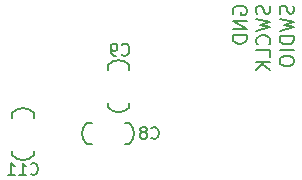
<source format=gbr>
G04 #@! TF.FileFunction,Legend,Bot*
%FSLAX46Y46*%
G04 Gerber Fmt 4.6, Leading zero omitted, Abs format (unit mm)*
G04 Created by KiCad (PCBNEW 4.0.3-stable) date 12/05/16 18:01:04*
%MOMM*%
%LPD*%
G01*
G04 APERTURE LIST*
%ADD10C,0.100000*%
%ADD11C,0.200000*%
%ADD12C,0.150000*%
G04 APERTURE END LIST*
D10*
D11*
X156900000Y-70471429D02*
X156842857Y-70357143D01*
X156842857Y-70185714D01*
X156900000Y-70014286D01*
X157014286Y-69900000D01*
X157128571Y-69842857D01*
X157357143Y-69785714D01*
X157528571Y-69785714D01*
X157757143Y-69842857D01*
X157871429Y-69900000D01*
X157985714Y-70014286D01*
X158042857Y-70185714D01*
X158042857Y-70300000D01*
X157985714Y-70471429D01*
X157928571Y-70528572D01*
X157528571Y-70528572D01*
X157528571Y-70300000D01*
X158042857Y-71042857D02*
X156842857Y-71042857D01*
X158042857Y-71728572D01*
X156842857Y-71728572D01*
X158042857Y-72300000D02*
X156842857Y-72300000D01*
X156842857Y-72585715D01*
X156900000Y-72757143D01*
X157014286Y-72871429D01*
X157128571Y-72928572D01*
X157357143Y-72985715D01*
X157528571Y-72985715D01*
X157757143Y-72928572D01*
X157871429Y-72871429D01*
X157985714Y-72757143D01*
X158042857Y-72585715D01*
X158042857Y-72300000D01*
X159985714Y-69785714D02*
X160042857Y-69957143D01*
X160042857Y-70242857D01*
X159985714Y-70357143D01*
X159928571Y-70414286D01*
X159814286Y-70471429D01*
X159700000Y-70471429D01*
X159585714Y-70414286D01*
X159528571Y-70357143D01*
X159471429Y-70242857D01*
X159414286Y-70014286D01*
X159357143Y-69900000D01*
X159300000Y-69842857D01*
X159185714Y-69785714D01*
X159071429Y-69785714D01*
X158957143Y-69842857D01*
X158900000Y-69900000D01*
X158842857Y-70014286D01*
X158842857Y-70300000D01*
X158900000Y-70471429D01*
X158842857Y-70871429D02*
X160042857Y-71157143D01*
X159185714Y-71385714D01*
X160042857Y-71614286D01*
X158842857Y-71900000D01*
X159928571Y-73042858D02*
X159985714Y-72985715D01*
X160042857Y-72814286D01*
X160042857Y-72700000D01*
X159985714Y-72528572D01*
X159871429Y-72414286D01*
X159757143Y-72357143D01*
X159528571Y-72300000D01*
X159357143Y-72300000D01*
X159128571Y-72357143D01*
X159014286Y-72414286D01*
X158900000Y-72528572D01*
X158842857Y-72700000D01*
X158842857Y-72814286D01*
X158900000Y-72985715D01*
X158957143Y-73042858D01*
X160042857Y-74128572D02*
X160042857Y-73557143D01*
X158842857Y-73557143D01*
X160042857Y-74528572D02*
X158842857Y-74528572D01*
X160042857Y-75214287D02*
X159357143Y-74700001D01*
X158842857Y-75214287D02*
X159528571Y-74528572D01*
X161985714Y-69785713D02*
X162042857Y-69957142D01*
X162042857Y-70242856D01*
X161985714Y-70357142D01*
X161928571Y-70414285D01*
X161814286Y-70471428D01*
X161700000Y-70471428D01*
X161585714Y-70414285D01*
X161528571Y-70357142D01*
X161471429Y-70242856D01*
X161414286Y-70014285D01*
X161357143Y-69899999D01*
X161300000Y-69842856D01*
X161185714Y-69785713D01*
X161071429Y-69785713D01*
X160957143Y-69842856D01*
X160900000Y-69899999D01*
X160842857Y-70014285D01*
X160842857Y-70299999D01*
X160900000Y-70471428D01*
X160842857Y-70871428D02*
X162042857Y-71157142D01*
X161185714Y-71385713D01*
X162042857Y-71614285D01*
X160842857Y-71899999D01*
X162042857Y-72357142D02*
X160842857Y-72357142D01*
X160842857Y-72642857D01*
X160900000Y-72814285D01*
X161014286Y-72928571D01*
X161128571Y-72985714D01*
X161357143Y-73042857D01*
X161528571Y-73042857D01*
X161757143Y-72985714D01*
X161871429Y-72928571D01*
X161985714Y-72814285D01*
X162042857Y-72642857D01*
X162042857Y-72357142D01*
X162042857Y-73557142D02*
X160842857Y-73557142D01*
X160842857Y-74357143D02*
X160842857Y-74585714D01*
X160900000Y-74700000D01*
X161014286Y-74814286D01*
X161242857Y-74871428D01*
X161642857Y-74871428D01*
X161871429Y-74814286D01*
X161985714Y-74700000D01*
X162042857Y-74585714D01*
X162042857Y-74357143D01*
X161985714Y-74242857D01*
X161871429Y-74128571D01*
X161642857Y-74071428D01*
X161242857Y-74071428D01*
X161014286Y-74128571D01*
X160900000Y-74242857D01*
X160842857Y-74357143D01*
D12*
X144500000Y-81500000D02*
G75*
G02X144500000Y-79700000I800000J900000D01*
G01*
X148100000Y-79700000D02*
G75*
G02X148100000Y-81500000I-800000J-900000D01*
G01*
X148100000Y-81500000D02*
X147700000Y-81500000D01*
X148100000Y-79700000D02*
X147700000Y-79700000D01*
X144500000Y-79700000D02*
X144900000Y-79700000D01*
X144900000Y-81500000D02*
X144500000Y-81500000D01*
X148100000Y-78400000D02*
G75*
G02X146300000Y-78400000I-900000J800000D01*
G01*
X146300000Y-74800000D02*
G75*
G02X148100000Y-74800000I900000J-800000D01*
G01*
X148100000Y-74800000D02*
X148100000Y-75200000D01*
X146300000Y-74800000D02*
X146300000Y-75200000D01*
X146300000Y-78400000D02*
X146300000Y-78000000D01*
X148100000Y-78000000D02*
X148100000Y-78400000D01*
X140000000Y-82450000D02*
G75*
G02X138200000Y-82450000I-900000J800000D01*
G01*
X138200000Y-78850000D02*
G75*
G02X140000000Y-78850000I900000J-800000D01*
G01*
X140000000Y-78850000D02*
X140000000Y-79250000D01*
X138200000Y-78850000D02*
X138200000Y-79250000D01*
X138200000Y-82450000D02*
X138200000Y-82050000D01*
X140000000Y-82050000D02*
X140000000Y-82450000D01*
X149966666Y-80957143D02*
X150014285Y-81004762D01*
X150157142Y-81052381D01*
X150252380Y-81052381D01*
X150395238Y-81004762D01*
X150490476Y-80909524D01*
X150538095Y-80814286D01*
X150585714Y-80623810D01*
X150585714Y-80480952D01*
X150538095Y-80290476D01*
X150490476Y-80195238D01*
X150395238Y-80100000D01*
X150252380Y-80052381D01*
X150157142Y-80052381D01*
X150014285Y-80100000D01*
X149966666Y-80147619D01*
X149395238Y-80480952D02*
X149490476Y-80433333D01*
X149538095Y-80385714D01*
X149585714Y-80290476D01*
X149585714Y-80242857D01*
X149538095Y-80147619D01*
X149490476Y-80100000D01*
X149395238Y-80052381D01*
X149204761Y-80052381D01*
X149109523Y-80100000D01*
X149061904Y-80147619D01*
X149014285Y-80242857D01*
X149014285Y-80290476D01*
X149061904Y-80385714D01*
X149109523Y-80433333D01*
X149204761Y-80480952D01*
X149395238Y-80480952D01*
X149490476Y-80528571D01*
X149538095Y-80576190D01*
X149585714Y-80671429D01*
X149585714Y-80861905D01*
X149538095Y-80957143D01*
X149490476Y-81004762D01*
X149395238Y-81052381D01*
X149204761Y-81052381D01*
X149109523Y-81004762D01*
X149061904Y-80957143D01*
X149014285Y-80861905D01*
X149014285Y-80671429D01*
X149061904Y-80576190D01*
X149109523Y-80528571D01*
X149204761Y-80480952D01*
X147466666Y-73907143D02*
X147514285Y-73954762D01*
X147657142Y-74002381D01*
X147752380Y-74002381D01*
X147895238Y-73954762D01*
X147990476Y-73859524D01*
X148038095Y-73764286D01*
X148085714Y-73573810D01*
X148085714Y-73430952D01*
X148038095Y-73240476D01*
X147990476Y-73145238D01*
X147895238Y-73050000D01*
X147752380Y-73002381D01*
X147657142Y-73002381D01*
X147514285Y-73050000D01*
X147466666Y-73097619D01*
X146990476Y-74002381D02*
X146800000Y-74002381D01*
X146704761Y-73954762D01*
X146657142Y-73907143D01*
X146561904Y-73764286D01*
X146514285Y-73573810D01*
X146514285Y-73192857D01*
X146561904Y-73097619D01*
X146609523Y-73050000D01*
X146704761Y-73002381D01*
X146895238Y-73002381D01*
X146990476Y-73050000D01*
X147038095Y-73097619D01*
X147085714Y-73192857D01*
X147085714Y-73430952D01*
X147038095Y-73526190D01*
X146990476Y-73573810D01*
X146895238Y-73621429D01*
X146704761Y-73621429D01*
X146609523Y-73573810D01*
X146561904Y-73526190D01*
X146514285Y-73430952D01*
X139742857Y-84007143D02*
X139790476Y-84054762D01*
X139933333Y-84102381D01*
X140028571Y-84102381D01*
X140171429Y-84054762D01*
X140266667Y-83959524D01*
X140314286Y-83864286D01*
X140361905Y-83673810D01*
X140361905Y-83530952D01*
X140314286Y-83340476D01*
X140266667Y-83245238D01*
X140171429Y-83150000D01*
X140028571Y-83102381D01*
X139933333Y-83102381D01*
X139790476Y-83150000D01*
X139742857Y-83197619D01*
X138790476Y-84102381D02*
X139361905Y-84102381D01*
X139076191Y-84102381D02*
X139076191Y-83102381D01*
X139171429Y-83245238D01*
X139266667Y-83340476D01*
X139361905Y-83388095D01*
X137838095Y-84102381D02*
X138409524Y-84102381D01*
X138123810Y-84102381D02*
X138123810Y-83102381D01*
X138219048Y-83245238D01*
X138314286Y-83340476D01*
X138409524Y-83388095D01*
M02*

</source>
